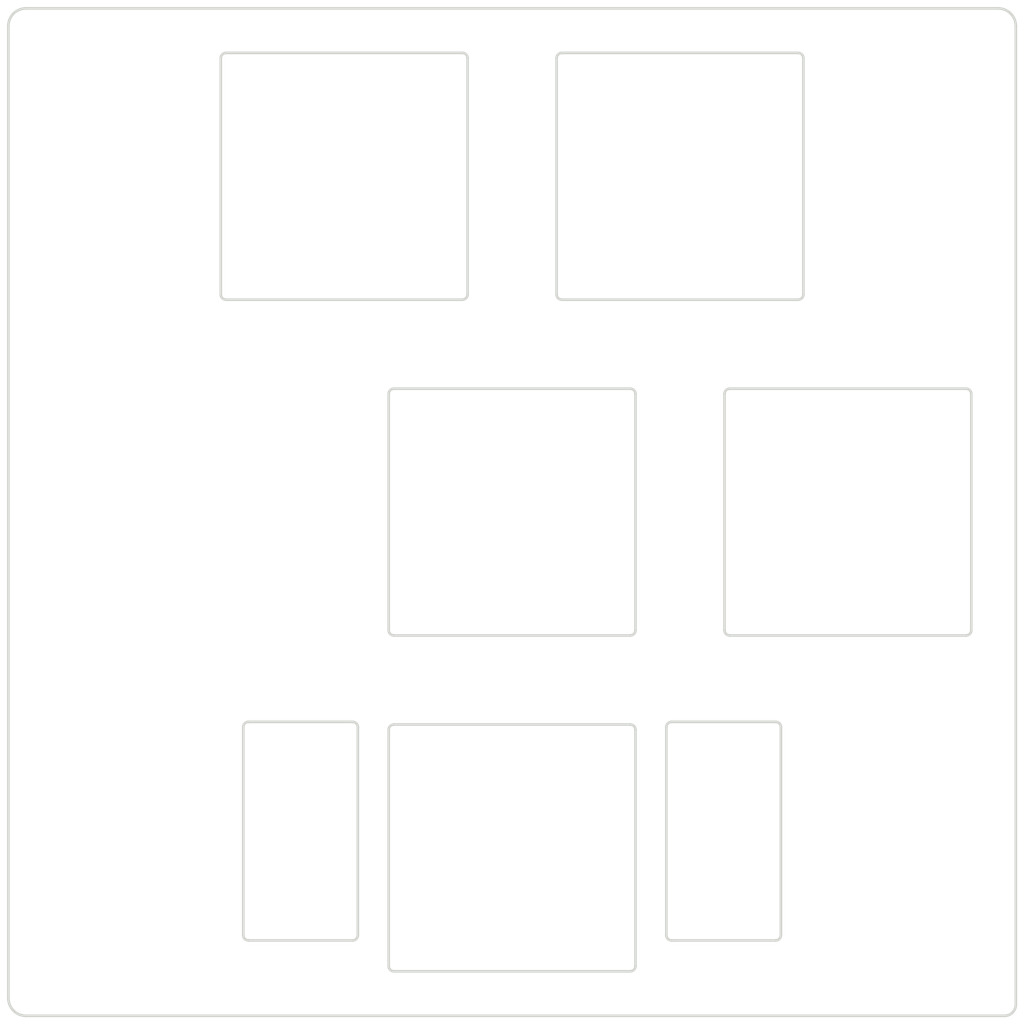
<source format=kicad_pcb>
(kicad_pcb (version 20221018) (generator pcbnew)
  (title_block (title "mfk5 Top Panel") (rev "1") (company "@niw"))
  (layers (0 "F.Cu" signal) (31 "B.Cu" signal) (34 "B.Paste" user) (35 "F.Paste" user) (36 "B.SilkS" user "B.Silkscreen") (37 "F.SilkS" user "F.Silkscreen") (38 "B.Mask" user) (39 "F.Mask" user) (44 "Edge.Cuts" user))
  (net 0 "")
  (footprint "MountingHole:MountingHole_2.2mm_M2" (layer "F.Cu") (at 175 78)
    (fp_text reference "REF**" hide)
    (fp_text value "MountingHole_2.2mm_M2" hide)
    (pad "" np_thru_hole circle (at 0 0) (size 2.2 2.2) (drill 2.2) (layers "*.Cu" "*.Mask"))
  )
  (footprint "MountingHole:MountingHole_2.2mm_M2" (layer "F.Cu") (at 121.85 131.15)
    (fp_text reference "REF**" hide)
    (fp_text value "MountingHole_2.2mm_M2" hide)
    (pad "" np_thru_hole circle (at 0 0) (size 2.2 2.2) (drill 2.2) (layers "F&B.Cu" "*.Mask"))
  )
  (footprint "MountingHole:MountingHole_2.2mm_M2" (layer "F.Cu") (at 175 131.15)
    (fp_text reference "REF**" hide)
    (fp_text value "MountingHole_2.2mm_M2" hide)
    (pad "" np_thru_hole circle (at 0 0) (size 2.2 2.2) (drill 2.2) (layers "F&B.Cu" "*.Mask"))
  )
  (footprint "Gateron_Low_Profile:Gateron_Low_Profile_Top_Plate" (layer "F.Cu") (at 148.425 104.575)
    (fp_text reference "REF**" hide)
    (fp_text value "Gateron_Low_Profile_Top_Plate" hide)
    (fp_line (start -7 6.7) (end -7 -6.7) (stroke (width 0.15)) (layer "Edge.Cuts"))
    (fp_line (start -6.7 -7) (end 6.7 -7) (stroke (width 0.15)) (layer "Edge.Cuts"))
    (fp_line (start 6.7 7) (end -6.7 7) (stroke (width 0.15)) (layer "Edge.Cuts"))
    (fp_line (start 7 -6.7) (end 7 6.7) (stroke (width 0.15)) (layer "Edge.Cuts"))
    (fp_arc (start -7 -6.7) (mid -6.912132 -6.912132) (end -6.7 -7) (stroke (width 0.15)) (layer "Edge.Cuts"))
    (fp_arc (start -6.7 7) (mid -6.912132 6.912132) (end -7 6.7) (stroke (width 0.15)) (layer "Edge.Cuts"))
    (fp_arc (start 6.7 -7) (mid 6.912132 -6.912132) (end 7 -6.7) (stroke (width 0.15)) (layer "Edge.Cuts"))
    (fp_arc (start 7 6.7) (mid 6.912132 6.912132) (end 6.7 7) (stroke (width 0.15)) (layer "Edge.Cuts"))
  )
  (footprint "MountingHole:MountingHole_2.2mm_M2" (layer "F.Cu") (at 121.85 78)
    (fp_text reference "REF**" hide)
    (fp_text value "MountingHole_2.2mm_M2" hide)
    (pad "" np_thru_hole circle (at 0 0) (size 2.2 2.2) (drill 2.2) (layers "F&B.Cu" "*.Mask"))
  )
  (footprint "Gateron_Low_Profile:Gateron_Low_Profile_Top_Plate" (layer "F.Cu") (at 167.475 104.575)
    (fp_text reference "REF**" hide)
    (fp_text value "Gateron_Low_Profile_Top_Plate" hide)
    (fp_line (start -7 6.7) (end -7 -6.7) (stroke (width 0.15)) (layer "Edge.Cuts"))
    (fp_line (start -6.7 -7) (end 6.7 -7) (stroke (width 0.15)) (layer "Edge.Cuts"))
    (fp_line (start 6.7 7) (end -6.7 7) (stroke (width 0.15)) (layer "Edge.Cuts"))
    (fp_line (start 7 -6.7) (end 7 6.7) (stroke (width 0.15)) (layer "Edge.Cuts"))
    (fp_arc (start -7 -6.7) (mid -6.912132 -6.912132) (end -6.7 -7) (stroke (width 0.15)) (layer "Edge.Cuts"))
    (fp_arc (start -6.7 7) (mid -6.912132 6.912132) (end -7 6.7) (stroke (width 0.15)) (layer "Edge.Cuts"))
    (fp_arc (start 6.7 -7) (mid 6.912132 -6.912132) (end 7 -6.7) (stroke (width 0.15)) (layer "Edge.Cuts"))
    (fp_arc (start 7 6.7) (mid 6.912132 6.912132) (end 6.7 7) (stroke (width 0.15)) (layer "Edge.Cuts"))
  )
  (footprint "Gateron_Low_Profile:Gateron_Low_Profile_Top_Plate" (layer "F.Cu") (at 157.95 85.525)
    (fp_text reference "REF**" hide)
    (fp_text value "Gateron_Low_Profile_Top_Plate" hide)
    (fp_line (start -7 6.7) (end -7 -6.7) (stroke (width 0.15)) (layer "Edge.Cuts"))
    (fp_line (start -6.7 -7) (end 6.7 -7) (stroke (width 0.15)) (layer "Edge.Cuts"))
    (fp_line (start 6.7 7) (end -6.7 7) (stroke (width 0.15)) (layer "Edge.Cuts"))
    (fp_line (start 7 -6.7) (end 7 6.7) (stroke (width 0.15)) (layer "Edge.Cuts"))
    (fp_arc (start -7 -6.7) (mid -6.912132 -6.912132) (end -6.7 -7) (stroke (width 0.15)) (layer "Edge.Cuts"))
    (fp_arc (start -6.7 7) (mid -6.912132 6.912132) (end -7 6.7) (stroke (width 0.15)) (layer "Edge.Cuts"))
    (fp_arc (start 6.7 -7) (mid 6.912132 -6.912132) (end 7 -6.7) (stroke (width 0.15)) (layer "Edge.Cuts"))
    (fp_arc (start 7 6.7) (mid 6.912132 6.912132) (end 6.7 7) (stroke (width 0.15)) (layer "Edge.Cuts"))
  )
  (footprint "Gateron_Low_Profile:Gateron_Low_Profile_Top_Plate" (layer "F.Cu") (at 138.9 85.525)
    (fp_text reference "REF**" hide)
    (fp_text value "Gateron_Low_Profile_Top_Plate" hide)
    (fp_line (start -7 6.7) (end -7 -6.7) (stroke (width 0.15)) (layer "Edge.Cuts"))
    (fp_line (start -6.7 -7) (end 6.7 -7) (stroke (width 0.15)) (layer "Edge.Cuts"))
    (fp_line (start 6.7 7) (end -6.7 7) (stroke (width 0.15)) (layer "Edge.Cuts"))
    (fp_line (start 7 -6.7) (end 7 6.7) (stroke (width 0.15)) (layer "Edge.Cuts"))
    (fp_arc (start -7 -6.7) (mid -6.912132 -6.912132) (end -6.7 -7) (stroke (width 0.15)) (layer "Edge.Cuts"))
    (fp_arc (start -6.7 7) (mid -6.912132 6.912132) (end -7 6.7) (stroke (width 0.15)) (layer "Edge.Cuts"))
    (fp_arc (start 6.7 -7) (mid 6.912132 -6.912132) (end 7 -6.7) (stroke (width 0.15)) (layer "Edge.Cuts"))
    (fp_arc (start 7 6.7) (mid 6.912132 6.912132) (end 6.7 7) (stroke (width 0.15)) (layer "Edge.Cuts"))
  )
  (footprint "Gateron_Low_Profile:Gateron_Low_Profile_Top_Plate_Stabilizer_2U" (layer "F.Cu") (at 148.425 123.625)
    (fp_text reference "REF**" hide)
    (fp_text value "Gateron_Low_Profile_Top_Plate_1" hide)
    (fp_line (start -15.25 4.95) (end -15.25 -6.85) (stroke (width 0.15)) (layer "Edge.Cuts"))
    (fp_line (start -14.95 -7.15) (end -9.05 -7.15) (stroke (width 0.15)) (layer "Edge.Cuts"))
    (fp_line (start -9.05 5.25) (end -14.95 5.25) (stroke (width 0.15)) (layer "Edge.Cuts"))
    (fp_line (start -8.75 -6.85) (end -8.75 4.95) (stroke (width 0.15)) (layer "Edge.Cuts"))
    (fp_line (start -7 6.7) (end -7 -6.7) (stroke (width 0.15)) (layer "Edge.Cuts"))
    (fp_line (start -6.7 -7) (end 6.7 -7) (stroke (width 0.15)) (layer "Edge.Cuts"))
    (fp_line (start 6.7 7) (end -6.7 7) (stroke (width 0.15)) (layer "Edge.Cuts"))
    (fp_line (start 7 -6.7) (end 7 6.7) (stroke (width 0.15)) (layer "Edge.Cuts"))
    (fp_line (start 8.75 4.95) (end 8.75 -6.85) (stroke (width 0.15)) (layer "Edge.Cuts"))
    (fp_line (start 9.05 -7.15) (end 14.95 -7.15) (stroke (width 0.15)) (layer "Edge.Cuts"))
    (fp_line (start 14.95 5.25) (end 9.05 5.25) (stroke (width 0.15)) (layer "Edge.Cuts"))
    (fp_line (start 15.25 -6.85) (end 15.25 4.95) (stroke (width 0.15)) (layer "Edge.Cuts"))
    (fp_arc (start -15.25 -6.85) (mid -15.162132 -7.062132) (end -14.95 -7.15) (stroke (width 0.15)) (layer "Edge.Cuts"))
    (fp_arc (start -14.95 5.25) (mid -15.162132 5.162132) (end -15.25 4.95) (stroke (width 0.15)) (layer "Edge.Cuts"))
    (fp_arc (start -9.05 -7.15) (mid -8.837868 -7.062132) (end -8.75 -6.85) (stroke (width 0.15)) (layer "Edge.Cuts"))
    (fp_arc (start -8.75 4.95) (mid -8.837868 5.162132) (end -9.05 5.25) (stroke (width 0.15)) (layer "Edge.Cuts"))
    (fp_arc (start -7 -6.7) (mid -6.912132 -6.912132) (end -6.7 -7) (stroke (width 0.15)) (layer "Edge.Cuts"))
    (fp_arc (start -6.7 7) (mid -6.912132 6.912132) (end -7 6.7) (stroke (width 0.15)) (layer "Edge.Cuts"))
    (fp_arc (start 6.7 -7) (mid 6.912132 -6.912132) (end 7 -6.7) (stroke (width 0.15)) (layer "Edge.Cuts"))
    (fp_arc (start 7 6.7) (mid 6.912132 6.912132) (end 6.7 7) (stroke (width 0.15)) (layer "Edge.Cuts"))
    (fp_arc (start 8.75 -6.85) (mid 8.837868 -7.062132) (end 9.05 -7.15) (stroke (width 0.15)) (layer "Edge.Cuts"))
    (fp_arc (start 9.05 5.25) (mid 8.837868 5.162132) (end 8.75 4.95) (stroke (width 0.15)) (layer "Edge.Cuts"))
    (fp_arc (start 14.95 -7.15) (mid 15.162132 -7.062132) (end 15.25 -6.85) (stroke (width 0.15)) (layer "Edge.Cuts"))
    (fp_arc (start 15.25 4.95) (mid 15.162132 5.162132) (end 14.95 5.25) (stroke (width 0.15)) (layer "Edge.Cuts"))
  )
  (gr_line (start 120.85 76) (end 176 76) (stroke (width 0.15)) (layer "Edge.Cuts"))
  (gr_line (start 176.365 133.15) (end 120.85 133.15) (stroke (width 0.15)) (layer "Edge.Cuts"))
  (gr_line (start 119.85 132.15) (end 119.85 77) (stroke (width 0.15)) (layer "Edge.Cuts"))
  (gr_arc (start 119.85 77) (mid 120.142893 76.292893) (end 120.85 76) (stroke (width 0.15)) (layer "Edge.Cuts"))
  (gr_arc (start 176 76) (mid 176.707106 76.292893) (end 177 77) (stroke (width 0.15)) (layer "Edge.Cuts"))
  (gr_arc (start 120.85 133.15) (mid 120.142893 132.857107) (end 119.85 132.15) (stroke (width 0.15)) (layer "Edge.Cuts"))
  (gr_line (start 177 77) (end 177 132.515) (stroke (width 0.15)) (layer "Edge.Cuts"))
  (gr_arc (start 177 132.515) (mid 176.814013 132.964013) (end 176.365 133.15) (stroke (width 0.15)) (layer "Edge.Cuts"))
)
</source>
